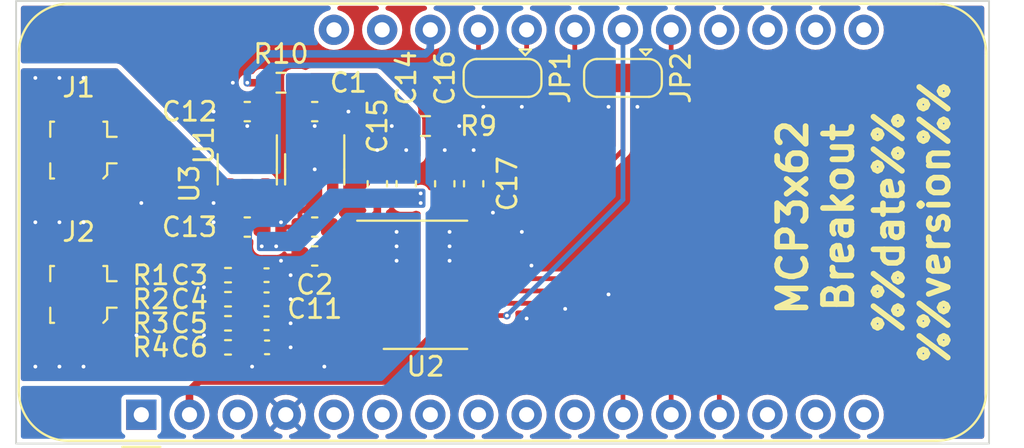
<source format=kicad_pcb>
(kicad_pcb (version 20211014) (generator pcbnew)
  (title_block (title "Arduino MCP3x6x Breakout") (date "2022-12-30") (company "Stefan Herold") (comment 1 "https://github.com/nerdyscout/Arduino_MCP3x6x_Library/pcb/Arduino") (comment 2 "UNO"))
  (layers (0 "F.Cu" signal) (31 "B.Cu" signal) (34 "B.Paste" user) (35 "F.Paste" user) (36 "B.SilkS" user "B.Silkscreen") (37 "F.SilkS" user "F.Silkscreen") (38 "B.Mask" user) (39 "F.Mask" user) (44 "Edge.Cuts" user))
  (net 0 "")
  (net 3 "VDD")
  (net 4 "+5V")
  (net 13 "GNDD")
  (net 14 "/MCLK")
  (net 15 "/IRQ")
  (net 16 "/SS")
  (net 17 "/MOSI")
  (net 18 "/MISO")
  (net 19 "/SCK")
  (net 20 "VDDA")
  (net 21 "GNDA")
  (net 22 "Net-(C11-Pad1)")
  (net 23 "Net-(C3-Pad1)")
  (net 24 "Net-(C4-Pad2)")
  (net 25 "Net-(C5-Pad1)")
  (net 26 "Net-(C6-Pad2)")
  (net 40 "Net-(A1-Pad21)")
  (net 41 "Net-(A1-Pad23)")
  (net 42 "Net-(A1-Pad24)")
  (net 43 "Net-(A1-Pad25)")
  (net 44 "Net-(J1-Pad1)")
  (net 45 "Net-(J1-Pad2)")
  (net 46 "Net-(J2-Pad1)")
  (net 47 "Net-(J2-Pad2)")
  (footprint "Capacitor_SMD:C_0603_1608Metric" (layer "F.Cu") (at 132.588 66.548 180)
    (fp_text reference "C12" (at 3.048 0 180) (layer "F.SilkS"))
    (fp_text value "100n")
    (fp_line (start -0.14058 -0.51) (end 0.14058 -0.51) (layer "F.SilkS") (width 0.12))
    (fp_line (start -0.14058 0.51) (end 0.14058 0.51) (layer "F.SilkS") (width 0.12))
    (pad "1" smd roundrect (at -0.775 0 180) (size 0.9 0.95) (layers "F.Cu" "F.Paste" "F.Mask") (net 4 "+5V"))
    (pad "2" smd roundrect (at 0.775 0 180) (size 0.9 0.95) (layers "F.Cu" "F.Paste" "F.Mask") (net 13 "GNDD"))
  )
  (footprint "Resistor_SMD:R_0402_1005Metric" (layer "F.Cu") (at 131.572 77.724)
    (fp_text reference "R3" (at -4.064 0 180) (layer "F.SilkS"))
    (fp_text value "1k")
    (fp_line (start -0.153641 0.38) (end 0.153641 0.38) (layer "F.SilkS") (width 0.12))
    (fp_line (start -0.153641 -0.38) (end 0.153641 -0.38) (layer "F.SilkS") (width 0.12))
    (pad "1" smd roundrect (at -0.51 0) (size 0.54 0.64) (layers "F.Cu" "F.Paste" "F.Mask") (net 46 "Net-(J2-Pad1)"))
    (pad "2" smd roundrect (at 0.51 0) (size 0.54 0.64) (layers "F.Cu" "F.Paste" "F.Mask") (net 25 "Net-(C5-Pad1)"))
  )
  (footprint "Connector_Coaxial:U.FL_Molex_MCRF_73412-0110_Vertical" (layer "F.Cu") (at 123.698 68.58 90)
    (fp_text reference "J1" (at 3.302 0 180) (layer "F.SilkS"))
    (fp_text value "Conn_01x02")
    (fp_line (start 0.7 -1.5) (end 1.5 -1.5) (layer "F.SilkS") (width 0.12))
    (fp_line (start 1.5 1.3) (end 1.5 1.5) (layer "F.SilkS") (width 0.12))
    (fp_line (start -0.7 1.5) (end -1.3 1.5) (layer "F.SilkS") (width 0.12))
    (fp_line (start -1.3 1.5) (end -1.5 1.3) (layer "F.SilkS") (width 0.12))
    (fp_line (start 1.5 1.5) (end 0.7 1.5) (layer "F.SilkS") (width 0.12))
    (fp_line (start -1.5 -1.5) (end -0.7 -1.5) (layer "F.SilkS") (width 0.12))
    (fp_line (start -1.5 -1.3) (end -1.5 -1.5) (layer "F.SilkS") (width 0.12))
    (fp_line (start 1.5 -1.5) (end 1.5 -1.3) (layer "F.SilkS") (width 0.12))
    (fp_line (start -0.7 1.5) (end -0.7 2) (layer "F.SilkS") (width 0.12))
    (fp_line (start 0.7 1.5) (end 0.7 2) (layer "F.SilkS") (width 0.12))
    (pad "1" smd rect (at 0 1.5 90) (size 1 1) (layers "F.Cu" "F.Paste" "F.Mask") (net 44 "Net-(J1-Pad1)"))
    (pad "2" smd rect (at -1.475 0 90) (size 1.05 2.2) (layers "F.Cu" "F.Paste" "F.Mask") (net 45 "Net-(J1-Pad2)"))
    (pad "2" smd rect (at 1.475 0 90) (size 1.05 2.2) (layers "F.Cu" "F.Paste" "F.Mask") (net 45 "Net-(J1-Pad2)"))
    (pad "2" smd rect (at 0 -1.5 90) (size 1 1) (layers "F.Cu" "F.Paste" "F.Mask") (net 45 "Net-(J1-Pad2)"))
  )
  (footprint "Capacitor_SMD:C_0402_1005Metric" (layer "F.Cu") (at 133.604 77.724)
    (fp_text reference "C5" (at -4.064 0) (layer "F.SilkS"))
    (fp_text value "10p")
    (fp_line (start -0.107836 0.36) (end 0.107836 0.36) (layer "F.SilkS") (width 0.12))
    (fp_line (start -0.107836 -0.36) (end 0.107836 -0.36) (layer "F.SilkS") (width 0.12))
    (pad "1" smd roundrect (at -0.48 0) (size 0.56 0.62) (layers "F.Cu" "F.Paste" "F.Mask") (net 25 "Net-(C5-Pad1)"))
    (pad "2" smd roundrect (at 0.48 0) (size 0.56 0.62) (layers "F.Cu" "F.Paste" "F.Mask") (net 21 "GNDA"))
  )
  (footprint "Resistor_SMD:R_0603_1608Metric" (layer "F.Cu") (at 134.366 65.024)
    (fp_text reference "R10" (at 0 -1.524) (layer "F.SilkS"))
    (fp_text value "DNP")
    (fp_line (start -0.237258 -0.5225) (end 0.237258 -0.5225) (layer "F.SilkS") (width 0.12))
    (fp_line (start -0.237258 0.5225) (end 0.237258 0.5225) (layer "F.SilkS") (width 0.12))
    (pad "1" smd roundrect (at -0.825 0) (size 0.8 0.95) (layers "F.Cu" "F.Paste" "F.Mask") (net 4 "+5V"))
    (pad "2" smd roundrect (at 0.825 0) (size 0.8 0.95) (layers "F.Cu" "F.Paste" "F.Mask") (net 20 "VDDA"))
  )
  (footprint "Capacitor_SMD:C_0603_1608Metric" (layer "F.Cu") (at 139.446 70.358 90)
    (fp_text reference "C15" (at 3.048 0 90) (layer "F.SilkS"))
    (fp_text value "1n")
    (fp_line (start -0.14058 -0.51) (end 0.14058 -0.51) (layer "F.SilkS") (width 0.12))
    (fp_line (start -0.14058 0.51) (end 0.14058 0.51) (layer "F.SilkS") (width 0.12))
    (pad "1" smd roundrect (at -0.775 0 90) (size 0.9 0.95) (layers "F.Cu" "F.Paste" "F.Mask") (net 20 "VDDA"))
    (pad "2" smd roundrect (at 0.775 0 90) (size 0.9 0.95) (layers "F.Cu" "F.Paste" "F.Mask") (net 21 "GNDA"))
  )
  (footprint "Package_SO:TSSOP-20_4.4x6.5mm_P0.65mm" (layer "F.Cu") (at 141.986 75.692)
    (fp_text reference "U2" (at 0 4.318) (layer "F.SilkS"))
    (fp_text value "MCP3x62/ST")
    (fp_line (start 0 -3.385) (end -3.6 -3.385) (layer "F.SilkS") (width 0.12))
    (fp_line (start 0 -3.385) (end 2.2 -3.385) (layer "F.SilkS") (width 0.12))
    (fp_line (start 0 3.385) (end -2.2 3.385) (layer "F.SilkS") (width 0.12))
    (fp_line (start 0 3.385) (end 2.2 3.385) (layer "F.SilkS") (width 0.12))
    (pad "1" smd roundrect (at -2.8625 -2.925) (size 1.475 0.4) (layers "F.Cu" "F.Paste" "F.Mask") (net 20 "VDDA"))
    (pad "2" smd roundrect (at -2.8625 -2.275) (size 1.475 0.4) (layers "F.Cu" "F.Paste" "F.Mask") (net 21 "GNDA"))
    (pad "3" smd roundrect (at -2.8625 -1.625) (size 1.475 0.4) (layers "F.Cu" "F.Paste" "F.Mask") (net 21 "GNDA"))
    (pad "4" smd roundrect (at -2.8625 -0.975) (size 1.475 0.4) (layers "F.Cu" "F.Paste" "F.Mask") (net 22 "Net-(C11-Pad1)"))
    (pad "5" smd roundrect (at -2.8625 -0.325) (size 1.475 0.4) (layers "F.Cu" "F.Paste" "F.Mask") (net 23 "Net-(C3-Pad1)"))
    (pad "6" smd roundrect (at -2.8625 0.325) (size 1.475 0.4) (layers "F.Cu" "F.Paste" "F.Mask") (net 24 "Net-(C4-Pad2)"))
    (pad "7" smd roundrect (at -2.8625 0.975) (size 1.475 0.4) (layers "F.Cu" "F.Paste" "F.Mask") (net 25 "Net-(C5-Pad1)"))
    (pad "8" smd roundrect (at -2.8625 1.625) (size 1.475 0.4) (layers "F.Cu" "F.Paste" "F.Mask") (net 26 "Net-(C6-Pad2)"))
    (pad "9" smd roundrect (at -2.8625 2.275) (size 1.475 0.4) (layers "F.Cu" "F.Paste" "F.Mask"))
    (pad "10" smd roundrect (at -2.8625 2.925) (size 1.475 0.4) (layers "F.Cu" "F.Paste" "F.Mask"))
    (pad "11" smd roundrect (at 2.8625 2.925) (size 1.475 0.4) (layers "F.Cu" "F.Paste" "F.Mask"))
    (pad "12" smd roundrect (at 2.8625 2.275) (size 1.475 0.4) (layers "F.Cu" "F.Paste" "F.Mask"))
    (pad "13" smd roundrect (at 2.8625 1.625) (size 1.475 0.4) (layers "F.Cu" "F.Paste" "F.Mask") (net 16 "/SS"))
    (pad "14" smd roundrect (at 2.8625 0.975) (size 1.475 0.4) (layers "F.Cu" "F.Paste" "F.Mask") (net 19 "/SCK"))
    (pad "15" smd roundrect (at 2.8625 0.325) (size 1.475 0.4) (layers "F.Cu" "F.Paste" "F.Mask") (net 17 "/MOSI"))
    (pad "16" smd roundrect (at 2.8625 -0.325) (size 1.475 0.4) (layers "F.Cu" "F.Paste" "F.Mask") (net 18 "/MISO"))
    (pad "17" smd roundrect (at 2.8625 -0.975) (size 1.475 0.4) (layers "F.Cu" "F.Paste" "F.Mask") (net 15 "/IRQ"))
    (pad "18" smd roundrect (at 2.8625 -1.625) (size 1.475 0.4) (layers "F.Cu" "F.Paste" "F.Mask") (net 14 "/MCLK"))
    (pad "19" smd roundrect (at 2.8625 -2.275) (size 1.475 0.4) (layers "F.Cu" "F.Paste" "F.Mask") (net 13 "GNDD"))
    (pad "20" smd roundrect (at 2.8625 -2.925) (size 1.475 0.4) (layers "F.Cu" "F.Paste" "F.Mask") (net 3 "VDD"))
  )
  (footprint "Capacitor_SMD:C_0603_1608Metric" (layer "F.Cu") (at 132.588 72.644 180)
    (fp_text reference "C13" (at 3.048 0 180) (layer "F.SilkS"))
    (fp_text value "100n")
    (fp_line (start -0.14058 0.51) (end 0.14058 0.51) (layer "F.SilkS") (width 0.12))
    (fp_line (start -0.14058 -0.51) (end 0.14058 -0.51) (layer "F.SilkS") (width 0.12))
    (pad "1" smd roundrect (at -0.775 0 180) (size 0.9 0.95) (layers "F.Cu" "F.Paste" "F.Mask") (net 20 "VDDA"))
    (pad "2" smd roundrect (at 0.775 0 180) (size 0.9 0.95) (layers "F.Cu" "F.Paste" "F.Mask") (net 21 "GNDA"))
  )
  (footprint "Capacitor_SMD:C_0603_1608Metric" (layer "F.Cu") (at 136.144 72.644 180)
    (fp_text reference "C2" (at 0 -3.048) (layer "F.SilkS"))
    (fp_text value "100n")
    (fp_line (start -0.14058 -0.51) (end 0.14058 -0.51) (layer "F.SilkS") (width 0.12))
    (fp_line (start -0.14058 0.51) (end 0.14058 0.51) (layer "F.SilkS") (width 0.12))
    (pad "1" smd roundrect (at -0.775 0 180) (size 0.9 0.95) (layers "F.Cu" "F.Paste" "F.Mask") (net 22 "Net-(C11-Pad1)"))
    (pad "2" smd roundrect (at 0.775 0 180) (size 0.9 0.95) (layers "F.Cu" "F.Paste" "F.Mask") (net 21 "GNDA"))
  )
  (footprint "Resistor_SMD:R_0603_1608Metric" (layer "F.Cu") (at 141.986 67.31 180)
    (fp_text reference "R9" (at -2.794 0) (layer "F.SilkS"))
    (fp_text value "0")
    (fp_line (start -0.237258 0.5225) (end 0.237258 0.5225) (layer "F.SilkS") (width 0.12))
    (fp_line (start -0.237258 -0.5225) (end 0.237258 -0.5225) (layer "F.SilkS") (width 0.12))
    (pad "1" smd roundrect (at -0.825 0 180) (size 0.8 0.95) (layers "F.Cu" "F.Paste" "F.Mask") (net 13 "GNDD"))
    (pad "2" smd roundrect (at 0.825 0 180) (size 0.8 0.95) (layers "F.Cu" "F.Paste" "F.Mask") (net 21 "GNDA"))
  )
  (footprint "Capacitor_SMD:C_0603_1608Metric" (layer "F.Cu") (at 143.002 70.358 90)
    (fp_text reference "C16" (at 5.588 0 90) (layer "F.SilkS"))
    (fp_text value "100n")
    (fp_line (start -0.14058 -0.51) (end 0.14058 -0.51) (layer "F.SilkS") (width 0.12))
    (fp_line (start -0.14058 0.51) (end 0.14058 0.51) (layer "F.SilkS") (width 0.12))
    (pad "1" smd roundrect (at -0.775 0 90) (size 0.9 0.95) (layers "F.Cu" "F.Paste" "F.Mask") (net 3 "VDD"))
    (pad "2" smd roundrect (at 0.775 0 90) (size 0.9 0.95) (layers "F.Cu" "F.Paste" "F.Mask") (net 13 "GNDD"))
  )
  (footprint "Resistor_SMD:R_0402_1005Metric" (layer "F.Cu") (at 131.572 76.454)
    (fp_text reference "R2" (at -4.064 0 180) (layer "F.SilkS"))
    (fp_text value "1k")
    (fp_line (start -0.153641 -0.38) (end 0.153641 -0.38) (layer "F.SilkS") (width 0.12))
    (fp_line (start -0.153641 0.38) (end 0.153641 0.38) (layer "F.SilkS") (width 0.12))
    (pad "1" smd roundrect (at -0.51 0) (size 0.54 0.64) (layers "F.Cu" "F.Paste" "F.Mask") (net 45 "Net-(J1-Pad2)"))
    (pad "2" smd roundrect (at 0.51 0) (size 0.54 0.64) (layers "F.Cu" "F.Paste" "F.Mask") (net 24 "Net-(C4-Pad2)"))
  )
  (footprint "Resistor_SMD:R_0402_1005Metric" (layer "F.Cu") (at 131.572 75.184)
    (fp_text reference "R1" (at -4.064 0 180) (layer "F.SilkS"))
    (fp_text value "1k")
    (fp_line (start -0.153641 -0.38) (end 0.153641 -0.38) (layer "F.SilkS") (width 0.12))
    (fp_line (start -0.153641 0.38) (end 0.153641 0.38) (layer "F.SilkS") (width 0.12))
    (pad "1" smd roundrect (at -0.51 0) (size 0.54 0.64) (layers "F.Cu" "F.Paste" "F.Mask") (net 44 "Net-(J1-Pad1)"))
    (pad "2" smd roundrect (at 0.51 0) (size 0.54 0.64) (layers "F.Cu" "F.Paste" "F.Mask") (net 23 "Net-(C3-Pad1)"))
  )
  (footprint "Capacitor_SMD:C_0402_1005Metric" (layer "F.Cu") (at 133.604 75.184)
    (fp_text reference "C3" (at -4.064 0) (layer "F.SilkS"))
    (fp_text value "10p")
    (fp_line (start -0.107836 0.36) (end 0.107836 0.36) (layer "F.SilkS") (width 0.12))
    (fp_line (start -0.107836 -0.36) (end 0.107836 -0.36) (layer "F.SilkS") (width 0.12))
    (pad "1" smd roundrect (at -0.48 0) (size 0.56 0.62) (layers "F.Cu" "F.Paste" "F.Mask") (net 23 "Net-(C3-Pad1)"))
    (pad "2" smd roundrect (at 0.48 0) (size 0.56 0.62) (layers "F.Cu" "F.Paste" "F.Mask") (net 21 "GNDA"))
  )
  (footprint "Module:Adafruit_Feather" (layer "F.Cu") (at 127 82.55 90)
    (fp_text reference "A1" hide)
    (fp_text value "Adafruit_Feather_Generic")
    (fp_line (start -1.38 -3.81) (end -1.38 41.91) (layer "F.SilkS") (width 0.12))
    (fp_line (start 21.7 -3.81) (end 21.7 41.91) (layer "F.SilkS") (width 0.12))
    (fp_line (start 19.05 -6.46) (end 1.27 -6.46) (layer "F.SilkS") (width 0.12))
    (fp_line (start 19.05 44.56) (end 1.27 44.56) (layer "F.SilkS") (width 0.12))
    (fp_line (start -1.7 1) (end -1.7 -1) (layer "F.SilkS") (width 0.12))
    (fp_arc (start 21.7 41.91) (mid 20.923833 43.783833) (end 19.05 44.56) (layer "F.SilkS") (width 0.12))
    (fp_arc (start 19.05 -6.46) (mid 20.923833 -5.683833) (end 21.7 -3.81) (layer "F.SilkS") (width 0.12))
    (fp_arc (start -1.38 -3.81) (mid -0.603833 -5.683833) (end 1.27 -6.46) (layer "F.SilkS") (width 0.12))
    (fp_arc (start 1.27 44.56) (mid -0.603833 43.783833) (end -1.38 41.91) (layer "F.SilkS") (width 0.12))
    (pad "1" thru_hole rect locked (at 0 0 270) (size 1.6 1.6) (drill 0.8) (layers *.Cu *.Mask))
    (pad "2" thru_hole circle locked (at 0 2.54 270) (size 1.6 1.6) (drill 0.8) (layers *.Cu *.Mask) (net 3 "VDD"))
    (pad "3" thru_hole circle locked (at 0 5.08 270) (size 1.6 1.6) (drill 0.8) (layers *.Cu *.Mask))
    (pad "4" thru_hole circle locked (at 0 7.62 270) (size 1.6 1.6) (drill 0.8) (layers *.Cu *.Mask) (net 13 "GNDD"))
    (pad "5" thru_hole circle locked (at 0 10.16 270) (size 1.6 1.6) (drill 0.8) (layers *.Cu *.Mask))
    (pad "6" thru_hole circle locked (at 0 12.7 270) (size 1.6 1.6) (drill 0.8) (layers *.Cu *.Mask))
    (pad "7" thru_hole circle locked (at 0 15.24 270) (size 1.6 1.6) (drill 0.8) (layers *.Cu *.Mask))
    (pad "8" thru_hole circle locked (at 0 17.78 270) (size 1.6 1.6) (drill 0.8) (layers *.Cu *.Mask))
    (pad "9" thru_hole circle locked (at 0 20.32 270) (size 1.6 1.6) (drill 0.8) (layers *.Cu *.Mask))
    (pad "10" thru_hole circle locked (at 0 22.86 270) (size 1.6 1.6) (drill 0.8) (layers *.Cu *.Mask))
    (pad "11" thru_hole circle locked (at 0 25.4 270) (size 1.6 1.6) (drill 0.8) (layers *.Cu *.Mask) (net 19 "/SCK"))
    (pad "12" thru_hole circle locked (at 0 27.94 270) (size 1.6 1.6) (drill 0.8) (layers *.Cu *.Mask) (net 17 "/MOSI"))
    (pad "13" thru_hole circle locked (at 0 30.48 270) (size 1.6 1.6) (drill 0.8) (layers *.Cu *.Mask) (net 18 "/MISO"))
    (pad "14" thru_hole circle locked (at 0 33.02 270) (size 1.6 1.6) (drill 0.8) (layers *.Cu *.Mask))
    (pad "15" thru_hole circle locked (at 0 35.56 270) (size 1.6 1.6) (drill 0.8) (layers *.Cu *.Mask))
    (pad "16" thru_hole circle locked (at 0 38.1 270) (size 1.6 1.6) (drill 0.8) (layers *.Cu *.Mask))
    (pad "17" thru_hole circle locked (at 20.32 38.1 270) (size 1.6 1.6) (drill 0.8) (layers *.Cu *.Mask))
    (pad "18" thru_hole circle locked (at 20.32 35.56 270) (size 1.6 1.6) (drill 0.8) (layers *.Cu *.Mask))
    (pad "19" thru_hole circle locked (at 20.32 33.02 270) (size 1.6 1.6) (drill 0.8) (layers *.Cu *.Mask))
    (pad "20" thru_hole circle locked (at 20.32 30.48 270) (size 1.6 1.6) (drill 0.8) (layers *.Cu *.Mask))
    (pad "21" thru_hole circle locked (at 20.32 27.94 270) (size 1.6 1.6) (drill 0.8) (layers *.Cu *.Mask) (net 40 "Net-(A1-Pad21)"))
    (pad "22" thru_hole circle locked (at 20.32 25.4 270) (size 1.6 1.6) (drill 0.8) (layers *.Cu *.Mask) (net 16 "/SS"))
    (pad "23" thru_hole circle locked (at 20.32 22.86 270) (size 1.6 1.6) (drill 0.8) (layers *.Cu *.Mask) (net 41 "Net-(A1-Pad23)"))
    (pad "24" thru_hole circle locked (at 20.32 20.32 270) (size 1.6 1.6) (drill 0.8) (layers *.Cu *.Mask) (net 42 "Net-(A1-Pad24)"))
    (pad "25" thru_hole circle locked (at 20.32 17.78 270) (size 1.6 1.6) (drill 0.8) (layers *.Cu *.Mask) (net 43 "Net-(A1-Pad25)"))
    (pad "26" thru_hole circle locked (at 20.32 15.24 270) (size 1.6 1.6) (drill 0.8) (layers *.Cu *.Mask) (net 4 "+5V"))
    (pad "27" thru_hole circle locked (at 20.32 12.7 270) (size 1.6 1.6) (drill 0.8) (layers *.Cu *.Mask))
    (pad "28" thru_hole circle locked (at 20.32 10.16 270) (size 1.6 1.6) (drill 0.8) (layers *.Cu *.Mask))
  )
  (footprint "Capacitor_SMD:C_0603_1608Metric" (layer "F.Cu") (at 136.144 74.168 180)
    (fp_text reference "C11" (at 0 -2.794 180) (layer "F.SilkS"))
    (fp_text value "1n")
    (fp_line (start -0.14058 0.51) (end 0.14058 0.51) (layer "F.SilkS") (width 0.12))
    (fp_line (start -0.14058 -0.51) (end 0.14058 -0.51) (layer "F.SilkS") (width 0.12))
    (pad "1" smd roundrect (at -0.775 0 180) (size 0.9 0.95) (layers "F.Cu" "F.Paste" "F.Mask") (net 22 "Net-(C11-Pad1)"))
    (pad "2" smd roundrect (at 0.775 0 180) (size 0.9 0.95) (layers "F.Cu" "F.Paste" "F.Mask") (net 21 "GNDA"))
  )
  (footprint "Resistor_SMD:R_0402_1005Metric" (layer "F.Cu") (at 131.572 78.994)
    (fp_text reference "R4" (at -4.064 0) (layer "F.SilkS"))
    (fp_text value "1k")
    (fp_line (start -0.153641 -0.38) (end 0.153641 -0.38) (layer "F.SilkS") (width 0.12))
    (fp_line (start -0.153641 0.38) (end 0.153641 0.38) (layer "F.SilkS") (width 0.12))
    (pad "1" smd roundrect (at -0.51 0) (size 0.54 0.64) (layers "F.Cu" "F.Paste" "F.Mask") (net 47 "Net-(J2-Pad2)"))
    (pad "2" smd roundrect (at 0.51 0) (size 0.54 0.64) (layers "F.Cu" "F.Paste" "F.Mask") (net 26 "Net-(C6-Pad2)"))
  )
  (footprint "Connector_Coaxial:U.FL_Molex_MCRF_73412-0110_Vertical" (layer "F.Cu") (at 123.698 76.2 90)
    (fp_text reference "J2" (at 3.302 0 180) (layer "F.SilkS"))
    (fp_text value "Conn_01x02")
    (fp_line (start 0.7 1.5) (end 0.7 2) (layer "F.SilkS") (width 0.12))
    (fp_line (start 1.5 -1.5) (end 1.5 -1.3) (layer "F.SilkS") (width 0.12))
    (fp_line (start -0.7 1.5) (end -0.7 2) (layer "F.SilkS") (width 0.12))
    (fp_line (start -1.3 1.5) (end -1.5 1.3) (layer "F.SilkS") (width 0.12))
    (fp_line (start 0.7 -1.5) (end 1.5 -1.5) (layer "F.SilkS") (width 0.12))
    (fp_line (start 1.5 1.5) (end 0.7 1.5) (layer "F.SilkS") (width 0.12))
    (fp_line (start -1.5 -1.3) (end -1.5 -1.5) (layer "F.SilkS") (width 0.12))
    (fp_line (start 1.5 1.3) (end 1.5 1.5) (layer "F.SilkS") (width 0.12))
    (fp_line (start -0.7 1.5) (end -1.3 1.5) (layer "F.SilkS") (width 0.12))
    (fp_line (start -1.5 -1.5) (end -0.7 -1.5) (layer "F.SilkS") (width 0.12))
    (pad "1" smd rect (at 0 1.5 90) (size 1 1) (layers "F.Cu" "F.Paste" "F.Mask") (net 46 "Net-(J2-Pad1)"))
    (pad "2" smd rect (at 1.475 0 90) (size 1.05 2.2) (layers "F.Cu" "F.Paste" "F.Mask") (net 47 "Net-(J2-Pad2)"))
    (pad "2" smd rect (at -1.475 0 90) (size 1.05 2.2) (layers "F.Cu" "F.Paste" "F.Mask") (net 47 "Net-(J2-Pad2)"))
    (pad "2" smd rect (at 0 -1.5 90) (size 1 1) (layers "F.Cu" "F.Paste" "F.Mask") (net 47 "Net-(J2-Pad2)"))
  )
  (footprint "Capacitor_SMD:C_0402_1005Metric" (layer "F.Cu") (at 133.632 78.994 180)
    (fp_text reference "C6" (at 4.092 0) (layer "F.SilkS"))
    (fp_text value "10p")
    (fp_line (start -0.107836 0.36) (end 0.107836 0.36) (layer "F.SilkS") (width 0.12))
    (fp_line (start -0.107836 -0.36) (end 0.107836 -0.36) (layer "F.SilkS") (width 0.12))
    (pad "1" smd roundrect (at -0.48 0 180) (size 0.56 0.62) (layers "F.Cu" "F.Paste" "F.Mask") (net 21 "GNDA"))
    (pad "2" smd roundrect (at 0.48 0 180) (size 0.56 0.62) (layers "F.Cu" "F.Paste" "F.Mask") (net 26 "Net-(C6-Pad2)"))
  )
  (footprint "Capacitor_SMD:C_0603_1608Metric" (layer "F.Cu") (at 136.144 66.548)
    (fp_text reference "C1" (at 1.778 -1.524 180) (layer "F.SilkS"))
    (fp_text value "100n")
    (fp_line (start -0.14058 -0.51) (end 0.14058 -0.51) (layer "F.SilkS") (width 0.12))
    (fp_line (start -0.14058 0.51) (end 0.14058 0.51) (layer "F.SilkS") (width 0.12))
    (pad "1" smd roundrect (at -0.775 0) (size 0.9 0.95) (layers "F.Cu" "F.Paste" "F.Mask") (net 20 "VDDA"))
    (pad "2" smd roundrect (at 0.775 0) (size 0.9 0.95) (layers "F.Cu" "F.Paste" "F.Mask") (net 21 "GNDA"))
  )
  (footprint "Capacitor_SMD:C_0402_1005Metric" (layer "F.Cu") (at 133.604 76.454 180)
    (fp_text reference "C4" (at 4.064 0) (layer "F.SilkS"))
    (fp_text value "10p")
    (fp_line (start -0.107836 0.36) (end 0.107836 0.36) (layer "F.SilkS") (width 0.12))
    (fp_line (start -0.107836 -0.36) (end 0.107836 -0.36) (layer "F.SilkS") (width 0.12))
    (pad "1" smd roundrect (at -0.48 0 180) (size 0.56 0.62) (layers "F.Cu" "F.Paste" "F.Mask") (net 21 "GNDA"))
    (pad "2" smd roundrect (at 0.48 0 180) (size 0.56 0.62) (layers "F.Cu" "F.Paste" "F.Mask") (net 24 "Net-(C4-Pad2)"))
  )
  (footprint "Jumper:SolderJumper-3_P1.3mm_Open_RoundedPad1.0x1.5mm" (layer "F.Cu") (at 152.4 64.77 180)
    (fp_text reference "JP2" (at -3.048 0 90) (layer "F.SilkS"))
    (fp_text value "SolderJumper_3_Open")
    (fp_line (start -1.2 1.2) (end -1.5 1.5) (layer "F.SilkS") (width 0.12))
    (fp_line (start -1.4 -1) (end 1.4 -1) (layer "F.SilkS") (width 0.12))
    (fp_line (start 1.4 1) (end -1.4 1) (layer "F.SilkS") (width 0.12))
    (fp_line (start -1.5 1.5) (end -0.9 1.5) (layer "F.SilkS") (width 0.12))
    (fp_line (start -1.2 1.2) (end -0.9 1.5) (layer "F.SilkS") (width 0.12))
    (fp_line (start -2.05 0.3) (end -2.05 -0.3) (layer "F.SilkS") (width 0.12))
    (fp_line (start 2.05 -0.3) (end 2.05 0.3) (layer "F.SilkS") (width 0.12))
    (fp_arc (start 2.05 0.3) (mid 1.844975 0.794975) (end 1.35 1) (layer "F.SilkS") (width 0.12))
    (fp_arc (start -1.35 1) (mid -1.844975 0.794975) (end -2.05 0.3) (layer "F.SilkS") (width 0.12))
    (fp_arc (start -2.05 -0.3) (mid -1.844975 -0.794975) (end -1.35 -1) (layer "F.SilkS") (width 0.12))
    (fp_arc (start 1.35 -1) (mid 1.844975 -0.794975) (end 2.05 -0.3) (layer "F.SilkS") (width 0.12))
    (pad "1" smd custom (at -1.3 0 180) (size 1 0.5) (layers "F.Cu" "F.Mask") (net 40 "Net-(A1-Pad21)") (options (clearance outline) (anchor rect)) (primitives (gr_circle (center 0 0.25) (end 0.5 0.25) (width 0) (fill yes)) (gr_circle (center 0 -0.25) (end 0.5 -0.25) (width 0) (fill yes)) (gr_poly (pts (xy 0.55 0.75) (xy 0 0.75) (xy 0 -0.75) (xy 0.55 -0.75)) (width 0) (fill yes))))
    (pad "2" smd rect (at 0 0 180) (size 1 1.5) (layers "F.Cu" "F.Mask") (net 15 "/IRQ"))
    (pad "3" smd custom (at 1.3 0 180) (size 1 0.5) (layers "F.Cu" "F.Mask") (net 41 "Net-(A1-Pad23)") (options (clearance outline) (anchor rect)) (primitives (gr_circle (center 0 0.25) (end 0.5 0.25) (width 0) (fill yes)) (gr_circle (center 0 -0.25) (end 0.5 -0.25) (width 0) (fill yes)) (gr_poly (pts (xy 0 0.75) (xy -0.55 0.75) (xy -0.55 -0.75) (xy 0 -0.75)) (width 0) (fill yes))))
  )
  (footprint "Jumper:SolderJumper-3_P1.3mm_Open_RoundedPad1.0x1.5mm" (layer "F.Cu") (at 146.05 64.77 180)
    (fp_text reference "JP1" (at -3.048 0 90) (layer "F.SilkS"))
    (fp_text value "SolderJumper_3_Open")
    (fp_line (start -1.5 1.5) (end -0.9 1.5) (layer "F.SilkS") (width 0.12))
    (fp_line (start -1.2 1.2) (end -1.5 1.5) (layer "F.SilkS") (width 0.12))
    (fp_line (start -1.2 1.2) (end -0.9 1.5) (layer "F.SilkS") (width 0.12))
    (fp_line (start 1.4 1) (end -1.4 1) (layer "F.SilkS") (width 0.12))
    (fp_line (start -1.4 -1) (end 1.4 -1) (layer "F.SilkS") (width 0.12))
    (fp_line (start -2.05 0.3) (end -2.05 -0.3) (layer "F.SilkS") (width 0.12))
    (fp_line (start 2.05 -0.3) (end 2.05 0.3) (layer "F.SilkS") (width 0.12))
    (fp_arc (start 1.35 -1) (mid 1.844975 -0.794975) (end 2.05 -0.3) (layer "F.SilkS") (width 0.12))
    (fp_arc (start 2.05 0.3) (mid 1.844975 0.794975) (end 1.35 1) (layer "F.SilkS") (width 0.12))
    (fp_arc (start -2.05 -0.3) (mid -1.844975 -0.794975) (end -1.35 -1) (layer "F.SilkS") (width 0.12))
    (fp_arc (start -1.35 1) (mid -1.844975 0.794975) (end -2.05 0.3) (layer "F.SilkS") (width 0.12))
    (pad "1" smd custom (at -1.3 0 180) (size 1 0.5) (layers "F.Cu" "F.Mask") (net 42 "Net-(A1-Pad24)") (options (clearance outline) (anchor rect)) (primitives (gr_circle (center 0 0.25) (end 0.5 0.25) (width 0) (fill yes)) (gr_circle (center 0 -0.25) (end 0.5 -0.25) (width 0) (fill yes)) (gr_poly (pts (xy 0.55 0.75) (xy 0 0.75) (xy 0 -0.75) (xy 0.55 -0.75)) (width 0) (fill yes))))
    (pad "2" smd rect (at 0 0 180) (size 1 1.5) (layers "F.Cu" "F.Mask") (net 14 "/MCLK"))
    (pad "3" smd custom (at 1.3 0 180) (size 1 0.5) (layers "F.Cu" "F.Mask") (net 43 "Net-(A1-Pad25)") (options (clearance outline) (anchor rect)) (primitives (gr_circle (center 0 0.25) (end 0.5 0.25) (width 0) (fill yes)) (gr_circle (center 0 -0.25) (end 0.5 -0.25) (width 0) (fill yes)) (gr_poly (pts (xy 0 0.75) (xy -0.55 0.75) (xy -0.55 -0.75) (xy 0 -0.75)) (width 0) (fill yes))))
  )
  (footprint "Package_TO_SOT_SMD:SOT-23-5" (layer "F.Cu") (at 132.588 69.596 -90)
    (fp_text reference "U3" (at 0.762 3.048 90) (layer "F.SilkS"))
    (fp_text value "NCP163ASN330T1G")
    (fp_line (start 0 -1.56) (end -1.8 -1.56) (layer "F.SilkS") (width 0.12))
    (fp_line (start 0 -1.56) (end 0.8 -1.56) (layer "F.SilkS") (width 0.12))
    (fp_line (start 0 1.56) (end -0.8 1.56) (layer "F.SilkS") (width 0.12))
    (fp_line (start 0 1.56) (end 0.8 1.56) (layer "F.SilkS") (width 0.12))
    (pad "1" smd roundrect (at -1.1375 -0.95 270) (size 1.325 0.6) (layers "F.Cu" "F.Paste" "F.Mask") (net 4 "+5V"))
    (pad "2" smd roundrect (at -1.1375 0 270) (size 1.325 0.6) (layers "F.Cu" "F.Paste" "F.Mask") (net 13 "GNDD"))
    (pad "3" smd roundrect (at -1.1375 0.95 270) (size 1.325 0.6) (layers "F.Cu" "F.Paste" "F.Mask") (net 4 "+5V"))
    (pad "4" smd roundrect (at 1.1375 0.95 270) (size 1.325 0.6) (layers "F.Cu" "F.Paste" "F.Mask"))
    (pad "5" smd roundrect (at 1.1375 -0.95 270) (size 1.325 0.6) (layers "F.Cu" "F.Paste" "F.Mask") (net 20 "VDDA"))
  )
  (footprint "Package_TO_SOT_SMD:SOT-23-5" (layer "F.Cu") (at 136.144 69.596 -90)
    (fp_text reference "U1" (at -1.27 5.842 90) (layer "F.SilkS"))
    (fp_text value "LM4132xMF-3.3")
    (fp_line (start 0 1.56) (end -0.8 1.56) (layer "F.SilkS") (width 0.12))
    (fp_line (start 0 1.56) (end 0.8 1.56) (layer "F.SilkS") (width 0.12))
    (fp_line (start 0 -1.56) (end -1.8 -1.56) (layer "F.SilkS") (width 0.12))
    (fp_line (start 0 -1.56) (end 0.8 -1.56) (layer "F.SilkS") (width 0.12))
    (pad "1" smd roundrect (at -1.1375 -0.95 270) (size 1.325 0.6) (layers "F.Cu" "F.Paste" "F.Mask"))
    (pad "2" smd roundrect (at -1.1375 0 270) (size 1.325 0.6) (layers "F.Cu" "F.Paste" "F.Mask") (net 21 "GNDA"))
    (pad "3" smd roundrect (at -1.1375 0.95 270) (size 1.325 0.6) (layers "F.Cu" "F.Paste" "F.Mask") (net 20 "VDDA"))
    (pad "4" smd roundrect (at 1.1375 0.95 270) (size 1.325 0.6) (layers "F.Cu" "F.Paste" "F.Mask") (net 20 "VDDA"))
    (pad "5" smd roundrect (at 1.1375 -0.95 270) (size 1.325 0.6) (layers "F.Cu" "F.Paste" "F.Mask") (net 22 "Net-(C11-Pad1)"))
  )
  (footprint "Capacitor_SMD:C_0603_1608Metric" (layer "F.Cu") (at 140.97 70.358 90)
    (fp_text reference "C14" (at 5.588 0 90) (layer "F.SilkS"))
    (fp_text value "100n")
    (fp_line (start -0.14058 0.51) (end 0.14058 0.51) (layer "F.SilkS") (width 0.12))
    (fp_line (start -0.14058 -0.51) (end 0.14058 -0.51) (layer "F.SilkS") (width 0.12))
    (pad "1" smd roundrect (at -0.775 0 90) (size 0.9 0.95) (layers "F.Cu" "F.Paste" "F.Mask") (net 20 "VDDA"))
    (pad "2" smd roundrect (at 0.775 0 90) (size 0.9 0.95) (layers "F.Cu" "F.Paste" "F.Mask") (net 21 "GNDA"))
  )
  (footprint "Capacitor_SMD:C_0603_1608Metric" (layer "F.Cu") (at 144.526 70.358 90)
    (fp_text reference "C17" (at 0 1.778 90) (layer "F.SilkS"))
    (fp_text value "1n")
    (fp_line (start -0.14058 -0.51) (end 0.14058 -0.51) (layer "F.SilkS") (width 0.12))
    (fp_line (start -0.14058 0.51) (end 0.14058 0.51) (layer "F.SilkS") (width 0.12))
    (pad "1" smd roundrect (at -0.775 0 90) (size 0.9 0.95) (layers "F.Cu" "F.Paste" "F.Mask") (net 3 "VDD"))
    (pad "2" smd roundrect (at 0.775 0 90) (size 0.9 0.95) (layers "F.Cu" "F.Paste" "F.Mask") (net 13 "GNDD"))
  )
  (gr_rect (start 120.396 60.706) (end 171.704 84.074) (layer "Edge.Cuts") (width 0.1) (fill none))
  (gr_text "%%date%%\n%%version%%" (at 167.64 72.39 90) (layer "F.SilkS") (effects (font (size 1.5 1.5) (thickness 0.3))))
  (gr_text "MCP3x62\nBreakout" (at 162.56 72.136 90) (layer "F.SilkS") (effects (font (size 1.5 1.5) (thickness 0.3))))
  (segment (start 129.54 81.28) (end 130.048 80.772) (width 0.4) (layer "F.Cu") (net 3))
  (segment (start 144.8485 72.2045) (end 144.526 71.882) (width 0.4) (layer "F.Cu") (net 3))
  (segment (start 130.048 80.772) (end 139.954 80.772) (width 0.4) (layer "F.Cu") (net 3))
  (segment (start 129.54 82.55) (end 129.54 81.28) (width 0.4) (layer "F.Cu") (net 3))
  (segment (start 143.002 71.882) (end 143.002 71.133) (width 0.4) (layer "F.Cu") (net 3))
  (segment (start 144.526 71.133) (end 143.002 71.133) (width 0.4) (layer "F.Cu") (net 3))
  (segment (start 144.526 71.882) (end 144.526 71.133) (width 0.4) (layer "F.Cu") (net 3))
  (segment (start 139.954 80.772) (end 142.24 78.486) (width 0.4) (layer "F.Cu") (net 3))
  (segment (start 144.8485 72.767) (end 144.8485 72.2045) (width 0.4) (layer "F.Cu") (net 3))
  (segment (start 142.24 78.486) (end 142.24 72.644) (width 0.4) (layer "F.Cu") (net 3))
  (segment (start 142.24 72.644) (end 143.002 71.882) (width 0.4) (layer "F.Cu") (net 3))
  (segment (start 132.588 65.024) (end 133.541 65.024) (width 0.4) (layer "F.Cu") (net 4))
  (segment (start 133.35 67.31) (end 133.35 66.561) (width 0.4) (layer "F.Cu") (net 4))
  (segment (start 133.541 65.595) (end 133.35 65.786) (width 0.4) (layer "F.Cu") (net 4))
  (segment (start 133.538 69.408) (end 133.538 68.4585) (width 0.4) (layer "F.Cu") (net 4))
  (segment (start 131.638 68.4585) (end 131.638 69.408) (width 0.4) (layer "F.Cu") (net 4))
  (segment (start 133.538 67.498) (end 133.35 67.31) (width 0.4) (layer "F.Cu") (net 4))
  (segment (start 133.538 68.4585) (end 133.538 67.498) (width 0.4) (layer "F.Cu") (net 4))
  (segment (start 131.638 69.408) (end 131.826 69.596) (width 0.4) (layer "F.Cu") (net 4))
  (segment (start 133.35 66.535) (end 133.363 66.548) (width 0.4) (layer "F.Cu") (net 4))
  (segment (start 133.35 65.786) (end 133.35 66.535) (width 0.4) (layer "F.Cu") (net 4))
  (segment (start 133.541 65.024) (end 133.541 65.595) (width 0.4) (layer "F.Cu") (net 4))
  (segment (start 131.826 69.596) (end 133.35 69.596) (width 0.4) (layer "F.Cu") (net 4))
  (segment (start 133.35 69.596) (end 133.538 69.408) (width 0.4) (layer "F.Cu") (net 4))
  (segment (start 133.35 66.561) (end 133.363 66.548) (width 0.4) (layer "F.Cu") (net 4))
  (via (at 132.588 65.024) (size 0.4) (drill 0.2) (layers "F.Cu" "B.Cu") (net 4))
  (segment (start 132.588 64.516) (end 133.604 63.5) (width 0.4) (layer "B.Cu") (net 4))
  (segment (start 141.986 63.5) (end 142.24 63.246) (width 0.4) (layer "B.Cu") (net 4))
  (segment (start 142.24 63.246) (end 142.24 62.23) (width 0.4) (layer "B.Cu") (net 4))
  (segment (start 133.604 63.5) (end 141.986 63.5) (width 0.4) (layer "B.Cu") (net 4))
  (segment (start 132.588 65.024) (end 132.588 64.516) (width 0.4) (layer "B.Cu") (net 4))
  (via (at 149.352 76.962) (size 0.4) (drill 0.2) (layers "F.Cu" "B.Cu") (net 13))
  (via (at 143.256 72.898) (size 0.4) (drill 0.2) (layers "F.Cu" "B.Cu") (net 13))
  (via (at 147.574 74.676) (size 0.4) (drill 0.2) (layers "F.Cu" "B.Cu") (net 13))
  (via (at 143.002 68.58) (size 0.4) (drill 0.2) (layers "F.Cu" "B.Cu") (net 13))
  (via (at 145.034 66.294) (size 0.4) (drill 0.2) (layers "F.Cu" "B.Cu") (net 13))
  (via (at 147.32 77.47) (size 0.4) (drill 0.2) (layers "F.Cu" "B.Cu") (net 13))
  (via (at 143.256 74.422) (size 0.4) (drill 0.2) (layers "F.Cu" "B.Cu") (net 13))
  (via (at 147.066 66.294) (size 0.4) (drill 0.2) (layers "F.Cu" "B.Cu") (net 13))
  (via (at 143.764 67.31) (size 0.4) (drill 0.2) (layers "F.Cu" "B.Cu") (net 13))
  (via (at 131.826 65.024) (size 0.4) (drill 0.2) (layers "F.Cu" "B.Cu") (net 13))
  (via (at 145.542 71.882) (size 0.4) (drill 0.2) (layers "F.Cu" "B.Cu") (net 13))
  (via (at 147.066 72.898) (size 0.4) (drill 0.2) (layers "F.Cu" "B.Cu") (net 13))
  (via (at 143.256 73.66) (size 0.4) (drill 0.2) (layers "F.Cu" "B.Cu") (net 13))
  (via (at 132.588 67.31) (size 0.4) (drill 0.2) (layers "F.Cu" "B.Cu") (net 13))
  (via (at 151.638 76.2) (size 0.4) (drill 0.2) (layers "F.Cu" "B.Cu") (net 13))
  (via (at 153.162 66.294) (size 0.4) (drill 0.2) (layers "F.Cu" "B.Cu") (net 13))
  (via (at 130.81 66.548) (size 0.4) (drill 0.2) (layers "F.Cu" "B.Cu") (net 13))
  (via (at 144.526 68.58) (size 0.4) (drill 0.2) (layers "F.Cu" "B.Cu") (net 13))
  (via (at 151.638 66.294) (size 0.4) (drill 0.2) (layers "F.Cu" "B.Cu") (net 13))
  (segment (start 146.05 71.374) (end 146.05 64.77) (width 0.25) (layer "F.Cu") (net 14))
  (segment (start 146.304 71.628) (end 146.05 71.374) (width 0.25) (layer "F.Cu") (net 14))
  (segment (start 146.304 73.66) (end 146.304 71.628) (width 0.25) (layer "F.Cu") (net 14))
  (segment (start 145.897 74.067) (end 146.304 73.66) (width 0.25) (layer "F.Cu") (net 14))
  (segment (start 144.8485 74.067) (end 145.897 74.067) (width 0.25) (layer "F.Cu") (net 14))
  (segment (start 146.263 74.717) (end 152.4 68.58) (width 0.25) (layer "F.Cu") (net 15))
  (segment (start 144.8485 74.717) (end 146.263 74.717) (width 0.25) (layer "F.Cu") (net 15))
  (segment (start 152.4 68.58) (end 152.4 64.77) (width 0.25) (layer "F.Cu") (net 15))
  (segment (start 146.278 77.317) (end 144.8485 77.317) (width 0.25) (layer "F.Cu") (net 16))
  (via (at 146.278 77.317) (size 0.4) (drill 0.2) (layers "F.Cu" "B.Cu") (net 16))
  (segment (start 152.4 71.195) (end 146.278 77.317) (width 0.25) (layer "B.Cu") (net 16))
  (segment (start 152.4 62.23) (end 152.4 71.195) (width 0.25) (layer "B.Cu") (net 16))
  (segment (start 154.94 81.026) (end 154.94 82.55) (width 0.25) (layer "F.Cu") (net 17))
  (segment (start 149.931 76.017) (end 154.94 81.026) (width 0.25) (layer "F.Cu") (net 17))
  (segment (start 144.8485 76.017) (end 149.931 76.017) (width 0.25) (layer "F.Cu") (net 17))
  (segment (start 152.075 75.367) (end 157.48 80.772) (width 0.25) (layer "F.Cu") (net 18))
  (segment (start 144.8485 75.367) (end 152.075 75.367) (width 0.25) (layer "F.Cu") (net 18))
  (segment (start 157.48 80.772) (end 157.48 82.55) (width 0.25) (layer "F.Cu") (net 18))
  (segment (start 144.8485 76.667) (end 147.787 76.667) (width 0.25) (layer "F.Cu") (net 19))
  (segment (start 147.787 76.667) (end 152.4 81.28) (width 0.25) (layer "F.Cu") (net 19))
  (segment (start 152.4 81.28) (end 152.4 82.55) (width 0.25) (layer "F.Cu") (net 19))
  (segment (start 139.1235 72.767) (end 139.1235 72.2045) (width 0.4) (layer "F.Cu") (net 20))
  (segment (start 140.97 71.133) (end 141.465 71.133) (width 0.4) (layer "F.Cu") (net 20))
  (segment (start 140.97 71.133) (end 139.446 71.133) (width 0.4) (layer "F.Cu") (net 20))
  (segment (start 141.491 71.133) (end 141.732 71.374) (width 0.4) (layer "F.Cu") (net 20))
  (segment (start 133.35 73.66) (end 134.112 73.66) (width 0.4) (layer "F.Cu") (net 20))
  (segment (start 133.538 71.694) (end 133.35 71.882) (width 0.4) (layer "F.Cu") (net 20))
  (segment (start 135.369 65.786) (end 135.369 66.548) (width 0.4) (layer "F.Cu") (net 20))
  (segment (start 133.35 71.882) (end 133.35 72.631) (width 0.4) (layer "F.Cu") (net 20))
  (segment (start 139.446 71.882) (end 139.446 71.133) (width 0.4) (layer "F.Cu") (net 20))
  (segment (start 133.35 72.631) (end 133.363 72.644) (width 0.4) (layer "F.Cu") (net 20))
  (segment (start 135.382 67.31) (end 135.382 66.561) (width 0.4) (layer "F.Cu") (net 20))
  (segment (start 139.1235 72.2045) (end 139.446 71.882) (width 0.4) (layer "F.Cu") (net 20))
  (segment (start 135.194 68.4585) (end 135.194 70.7335) (width 0.4) (layer "F.Cu") (net 20))
  (segment (start 133.363 72.644) (end 133.363 73.647) (width 0.4) (layer "F.Cu") (net 20))
  (segment (start 140.97 71.133) (end 141.491 71.133) (width 0.4) (layer "F.Cu") (net 20))
  (segment (start 135.382 66.561) (end 135.369 66.548) (width 0.4) (layer "F.Cu") (net 20))
  (segment (start 135.191 65.608) (end 135.369 65.786) (width 0.4) (layer "F.Cu") (net 20))
  (segment (start 133.363 73.647) (end 133.35 73.66) (width 0.4) (layer "F.Cu") (net 20))
  (segment (start 135.191 65.024) (end 135.191 65.608) (width 0.4) (layer "F.Cu") (net 20))
  (segment (start 135.194 67.498) (end 135.382 67.31) (width 0.4) (layer "F.Cu") (net 20))
  (segment (start 141.465 71.133) (end 141.732 70.866) (width 0.4) (layer "F.Cu") (net 20))
  (segment (start 135.194 68.4585) (end 135.194 67.498) (width 0.4) (layer "F.Cu") (net 20))
  (segment (start 135.194 70.7335) (end 133.538 70.7335) (width 0.4) (layer "F.Cu") (net 20))
  (segment (start 133.538 70.7335) (end 133.538 71.694) (width 0.4) (layer "F.Cu") (net 20))
  (via (at 133.35 73.66) (size 0.4) (drill 0.2) (layers "F.Cu" "B.Cu") (net 20))
  (via (at 141.732 70.866) (size 0.4) (drill 0.2) (layers "F.Cu" "B.Cu") (net 20))
  (via (at 141.732 71.374) (size 0.4) (drill 0.2) (layers "F.Cu" "B.Cu") (net 20))
  (via (at 134.112 73.66) (size 0.4) (drill 0.2) (layers "F.Cu" "B.Cu") (net 20))
  (segment (start 135.369 74.168) (end 135.369 72.644) (width 0.4) (layer "F.Cu") (net 21))
  (via (at 127 71.374) (size 0.4) (drill 0.2) (layers "F.Cu" "B.Cu") (net 21))
  (via (at 130.81 71.374) (size 0.4) (drill 0.2) (layers "F.Cu" "B.Cu") (net 21))
  (via (at 123.952 72.39) (size 0.4) (drill 0.2) (layers "F.Cu" "B.Cu") (net 21))
  (via (at 121.412 64.77) (size 0.4) (drill 0.2) (layers "F.Cu" "B.Cu") (net 21))
  (via (at 126.746 78.359) (size 0.4) (drill 0.2) (layers "F.Cu" "B.Cu") (net 21))
  (via (at 140.462 74.422) (size 0.4) (drill 0.2) (layers "F.Cu" "B.Cu") (net 21))
  (via (at 134.874 75.184) (size 0.4) (drill 0.2) (layers "F.Cu" "B.Cu") (net 21))
  (via (at 134.874 76.454) (size 0.4) (drill 0.2) (layers "F.Cu" "B.Cu") (net 21))
  (via (at 121.412 72.39) (size 0.4) (drill 0.2) (layers "F.Cu" "B.Cu") (net 21))
  (via (at 123.952 64.77) (size 0.4) (drill 0.2) (layers "F.Cu" "B.Cu") (net 21))
  (via (at 134.366 72.39) (size 0.4) (drill 0.2) (layers "F.Cu" "B.Cu") (net 21))
  (via (at 140.462 73.66) (size 0.4) (drill 0.2) (layers "F.Cu" "B.Cu") (net 21))
  (via (at 140.208 67.31) (size 0.4) (drill 0.2) (layers "F.Cu" "B.Cu") (net 21))
  (via (at 122.682 64.77) (size 0.4) (drill 0.2) (layers "F.Cu" "B.Cu") (net 21))
  (via (at 122.682 72.39) (size 0.4) (drill 0.2) (layers "F.Cu" "B.Cu") (net 21))
  (via (at 130.81 72.39) (size 0.4) (drill 0.2) (layers "F.Cu" "B.Cu") (net 21))
  (via (at 134.874 78.994) (size 0.4) (drill 0.2) (layers "F.Cu" "B.Cu") (net 21))
  (via (at 132.842 80.01) (size 0.4) (drill 0.2) (layers "F.Cu" "B.Cu") (net 21))
  (via (at 136.144 67.31) (size 0.4) (drill 0.2) (layers "F.Cu" "B.Cu") (net 21))
  (via (at 122.682 80.01) (size 0.4) (drill 0.2) (layers "F.Cu" "B.Cu") (net 21))
  (via (at 134.366 74.422) (size 0.4) (drill 0.2) (layers "F.Cu" "B.Cu") (net 21))
  (via (at 123.952 80.01) (size 0.4) (drill 0.2) (layers "F.Cu" "B.Cu") (net 21))
  (via (at 140.462 72.898) (size 0.4) (drill 0.2) (layers "F.Cu" "B.Cu") (net 21))
  (via (at 136.144 69.596) (size 0.4) (drill 0.2) (layers "F.Cu" "B.Cu") (net 21))
  (via (at 134.874 77.724) (size 0.4) (drill 0.2) (layers "F.Cu" "B.Cu") (net 21))
  (via (at 121.412 80.01) (size 0.4) (drill 0.2) (layers "F.Cu" "B.Cu") (net 21))
  (via (at 139.446 68.58) (size 0.4) (drill 0.2) (layers "F.Cu" "B.Cu") (net 21))
  (via (at 137.922 66.548) (size 0.4) (drill 0.2) (layers "F.Cu" "B.Cu") (net 21))
  (via (at 130.302 75.819) (size 0.4) (drill 0.2) (layers "F.Cu" "B.Cu") (net 21))
  (via (at 136.652 80.01) (size 0.4) (drill 0.2) (layers "F.Cu" "B.Cu") (net 21))
  (via (at 130.302 78.359) (size 0.4) (drill 0.2) (layers "F.Cu" "B.Cu") (net 21))
  (via (at 140.97 68.58) (size 0.4) (drill 0.2) (layers "F.Cu" "B.Cu") (net 21))
  (segment (start 139.1235 74.717) (end 137.963 74.717) (width 0.25) (layer "F.Cu") (net 22))
  (segment (start 137.094 71.694) (end 137.033 71.755) (width 0.25) (layer "F.Cu") (net 22))
  (segment (start 136.919 72.644) (end 136.919 71.869) (width 0.25) (layer "F.Cu") (net 22))
  (segment (start 136.919 71.869) (end 137.033 71.755) (width 0.25) (layer "F.Cu") (net 22))
  (segment (start 136.919 74.168) (end 136.919 72.644) (width 0.25) (layer "F.Cu") (net 22))
  (segment (start 137.094 70.7335) (end 137.094 71.694) (width 0.25) (layer "F.Cu") (net 22))
  (segment (start 137.963 74.717) (end 137.414 74.168) (width 0.25) (layer "F.Cu") (net 22))
  (segment (start 137.414 74.168) (end 136.919 74.168) (width 0.25) (layer "F.Cu") (net 22))
  (segment (start 135.707 75.367) (end 139.1235 75.367) (width 0.25) (layer "F.Cu") (net 23))
  (segment (start 133.124 75.191609) (end 133.751391 75.819) (width 0.25) (layer "F.Cu") (net 23))
  (segment (start 133.124 75.184) (end 133.124 75.191609) (width 0.25) (layer "F.Cu") (net 23))
  (segment (start 132.082 75.184) (end 133.124 75.184) (width 0.25) (layer "F.Cu") (net 23))
  (segment (start 135.255 75.819) (end 135.707 75.367) (width 0.25) (layer "F.Cu") (net 23))
  (segment (start 133.751391 75.819) (end 135.255 75.819) (width 0.25) (layer "F.Cu") (net 23))
  (segment (start 133.124 76.454) (end 133.124 76.461609) (width 0.25) (layer "F.Cu") (net 24))
  (segment (start 133.751391 77.089) (end 135.255 77.089) (width 0.25) (layer "F.Cu") (net 24))
  (segment (start 136.327 76.017) (end 139.1235 76.017) (width 0.25) (layer "F.Cu") (net 24))
  (segment (start 132.082 76.454) (end 133.124 76.454) (width 0.25) (layer "F.Cu") (net 24))
  (segment (start 135.255 77.089) (end 136.327 76.017) (width 0.25) (layer "F.Cu") (net 24))
  (segment (start 133.124 76.461609) (end 133.751391 77.089) (width 0.25) (layer "F.Cu") (net 24))
  (segment (start 133.124 77.731609) (end 133.751391 78.359) (width 0.25) (layer "F.Cu") (net 25))
  (segment (start 135.43649 78.359) (end 137.12849 76.667) (width 0.25) (layer "F.Cu") (net 25))
  (segment (start 132.082 77.724) (end 133.124 77.724) (width 0.25) (layer "F.Cu") (net 25))
  (segment (start 133.751391 78.359) (end 135.43649 78.359) (width 0.25) (layer "F.Cu") (net 25))
  (segment (start 137.12849 76.667) (end 139.1235 76.667) (width 0.25) (layer "F.Cu") (net 25))
  (segment (start 133.124 77.724) (end 133.124 77.731609) (width 0.25) (layer "F.Cu") (net 25))
  (segment (start 138.037989 77.317) (end 139.1235 77.317) (width 0.25) (layer "F.Cu") (net 26))
  (segment (start 132.082 78.994) (end 133.152 78.994) (width 0.25) (layer "F.Cu") (net 26))
  (segment (start 133.152 79.001609) (end 133.779391 79.629) (width 0.25) (layer "F.Cu") (net 26))
  (segment (start 135.725989 79.629) (end 138.037989 77.317) (width 0.25) (layer "F.Cu") (net 26))
  (segment (start 133.152 78.994) (end 133.152 79.001609) (width 0.25) (layer "F.Cu") (net 26))
  (segment (start 133.779391 79.629) (end 135.725989 79.629) (width 0.25) (layer "F.Cu") (net 26))
  (segment (start 154.94 62.23) (end 154.94 64.262) (width 0.25) (layer "F.Cu") (net 40))
  (segment (start 154.94 64.262) (end 154.432 64.77) (width 0.25) (layer "F.Cu") (net 40))
  (segment (start 154.432 64.77) (end 153.7 64.77) (width 0.25) (layer "F.Cu") (net 40))
  (segment (start 149.86 62.23) (end 149.86 64.262) (width 0.25) (layer "F.Cu") (net 41))
  (segment (start 150.368 64.77) (end 151.1 64.77) (width 0.25) (layer "F.Cu") (net 41))
  (segment (start 149.86 64.262) (end 150.368 64.77) (width 0.25) (layer "F.Cu") (net 41))
  (segment (start 147.35 64.77) (end 147.35 63.53) (width 0.25) (layer "F.Cu") (net 42))
  (segment (start 147.35 63.53) (end 147.32 63.5) (width 0.25) (layer "F.Cu") (net 42))
  (segment (start 147.32 62.23) (end 147.32 63.5) (width 0.25) (layer "F.Cu") (net 42))
  (segment (start 144.78 63.5) (end 144.75 63.53) (width 0.25) (layer "F.Cu") (net 43))
  (segment (start 144.75 63.53) (end 144.75 64.77) (width 0.25) (layer "F.Cu") (net 43))
  (segment (start 144.78 62.23) (end 144.78 63.5) (width 0.25) (layer "F.Cu") (net 43))
  (segment (start 127.762 70.358) (end 125.984 68.58) (width 0.25) (layer "F.Cu") (net 44))
  (segment (start 125.984 68.58) (end 125.198 68.58) (width 0.25) (layer "F.Cu") (net 44))
  (segment (start 127.762 72.517) (end 127.762 70.358) (width 0.25) (layer "F.Cu") (net 44))
  (segment (start 131.062 75.184) (end 130.429 75.184) (width 0.25) (layer "F.Cu") (net 44))
  (segment (start 130.429 75.184) (end 127.762 72.517) (width 0.25) (layer "F.Cu") (net 44))
  (segment (start 130.048 76.454) (end 126.238 72.644) (width 0.25) (layer "F.Cu") (net 45))
  (segment (start 126.238 71.374) (end 124.919 70.055) (width 0.25) (layer "F.Cu") (net 45))
  (segment (start 124.919 70.055) (end 123.698 70.055) (width 0.25) (layer "F.Cu") (net 45))
  (segment (start 131.062 76.454) (end 130.048 76.454) (width 0.25) (layer "F.Cu") (net 45))
  (segment (start 126.238 72.644) (end 126.238 71.374) (width 0.25) (layer "F.Cu") (net 45))
  (segment (start 127.508 77.724) (end 125.984 76.2) (width 0.25) (layer "F.Cu") (net 46))
  (segment (start 125.984 76.2) (end 125.198 76.2) (width 0.25) (layer "F.Cu") (net 46))
  (segment (start 131.062 77.724) (end 127.508 77.724) (width 0.25) (layer "F.Cu") (net 46))
  (segment (start 131.062 78.994) (end 126.365 78.994) (width 0.25) (layer "F.Cu") (net 47))
  (segment (start 126.365 78.994) (end 125.046 77.675) (width 0.25) (layer "F.Cu") (net 47))
  (segment (start 125.046 77.675) (end 123.698 77.675) (width 0.25) (layer "F.Cu") (net 47))
  (zone (net 21) (net_name "GNDA") (layers F&B.Cu) (name "GNDA") (priority 1) (connect_pads (clearance 0.254)) (min_thickness 0.254) (fill yes (thermal_gap 0.254) (thermal_bridge_width 0.254))
    (polygon (pts (xy 131.572 70.104) (xy 134.62 70.104) (xy 134.62 64.516) (xy 139.446 64.516) (xy 141.732 66.802) (xy 141.732 78.74) (xy 139.7 80.772) (xy 120.396 80.772) (xy 120.396 64.262) (xy 125.73 64.262)))
  )
  (zone (net 47) (net_name "Net-(J2-Pad2)") (layer "F.Cu") (priority 2) (connect_pads (clearance 0.254)) (min_thickness 0.254) (fill yes (thermal_gap 0.254) (thermal_bridge_width 0.254))
    (polygon (pts (xy 124.714 78.232) (xy 122.428 78.232) (xy 121.92 77.724) (xy 121.92 74.676) (xy 122.428 74.168) (xy 124.714 74.168)))
  )
  (zone (net 45) (net_name "Net-(J1-Pad2)") (layer "F.Cu") (priority 2) (connect_pads (clearance 0.254)) (min_thickness 0.254) (fill yes (thermal_gap 0.254) (thermal_bridge_width 0.254))
    (polygon (pts (xy 124.714 70.612) (xy 122.428 70.612) (xy 121.92 70.104) (xy 121.92 67.056) (xy 122.428 66.548) (xy 124.714 66.548)))
  )
  (zone (net 13) (net_name "GNDD") (layers F&B.Cu) (name "GNDD") (connect_pads (clearance 0.254)) (min_thickness 0.254) (fill yes (thermal_gap 0.254) (thermal_bridge_width 0.254))
    (polygon (pts (xy 171.704 84.074) (xy 120.396 84.074) (xy 120.396 60.706) (xy 171.704 60.706)))
  )
  (zone (net 20) (net_name "VDDA") (layer "B.Cu") (name "VDDA") (priority 2) (connect_pads (clearance 0.254)) (min_thickness 0.254) (fill yes (thermal_gap 0.254) (thermal_bridge_width 0.254))
    (polygon (pts (xy 141.986 71.628) (xy 137.668 71.628) (xy 135.382 73.914) (xy 133.096 73.914) (xy 133.096 72.898) (xy 134.62 72.898) (xy 136.906 70.612) (xy 141.986 70.612)))
  )
)
</source>
